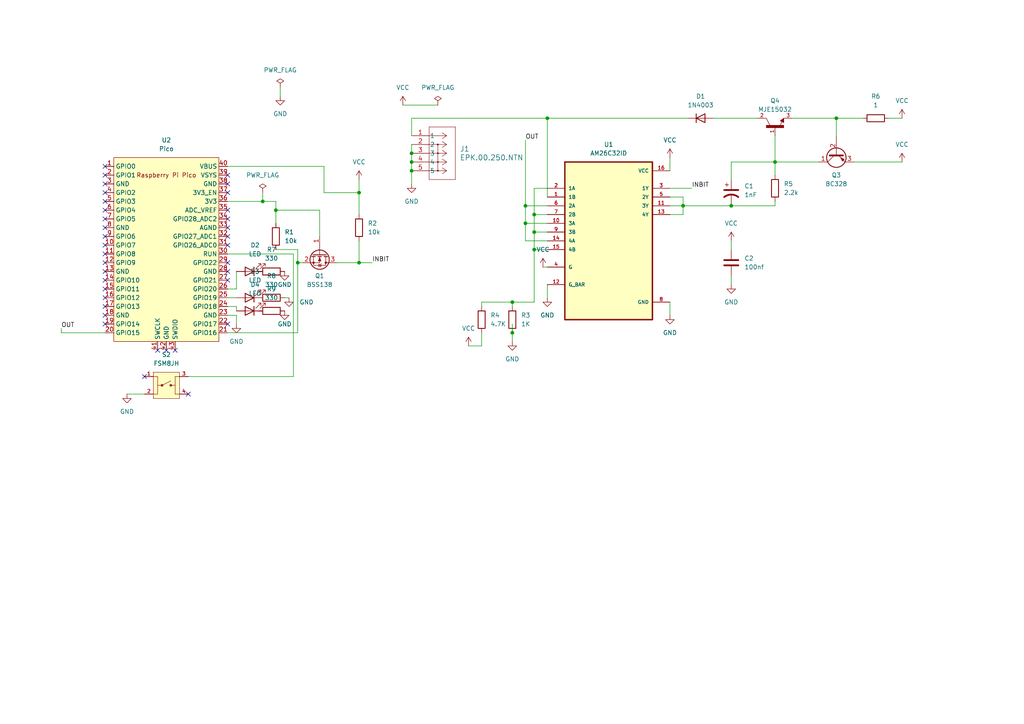
<source format=kicad_sch>
(kicad_sch (version 20230121) (generator eeschema)
  (paper "A4")
  (lib_symbols
    (symbol "2023-12-11_10-41-51:EPK.00.250.NTN" (pin_names (offset 0.254))
      (property "Reference" "J" (at 8.89 6.35 0))
      (property "Value" "EPK.00.250.NTN" (at 0 0 0))
      (symbol "EPK.00.250.NTN_1_1"
        (polyline (pts (xy 5.08 -12.7) (xy 12.7 -12.7)) (stroke (width 0.127)))
        (polyline (pts (xy 5.08 2.54) (xy 5.08 -12.7)) (stroke (width 0.127)))
        (polyline (pts (xy 7.62 -2.54) (xy 7.62 -10.16)) (stroke (width 0.127)))
        (polyline (pts (xy 10.16 -10.16) (xy 5.08 -10.16)) (stroke (width 0.127)))
        (polyline (pts (xy 10.16 -10.16) (xy 8.89 -11.0067)) (stroke (width 0.127)))
        (polyline (pts (xy 10.16 -10.16) (xy 8.89 -9.3133)) (stroke (width 0.127)))
        (polyline (pts (xy 10.16 -7.62) (xy 5.08 -7.62)) (stroke (width 0.127)))
        (polyline (pts (xy 10.16 -7.62) (xy 8.89 -8.4667)) (stroke (width 0.127)))
        (polyline (pts (xy 10.16 -7.62) (xy 8.89 -6.7733)) (stroke (width 0.127)))
        (polyline (pts (xy 10.16 -5.08) (xy 5.08 -5.08)) (stroke (width 0.127)))
        (polyline (pts (xy 10.16 -5.08) (xy 8.89 -5.9267)) (stroke (width 0.127)))
        (polyline (pts (xy 10.16 -5.08) (xy 8.89 -4.2333)) (stroke (width 0.127)))
        (polyline (pts (xy 10.16 -2.54) (xy 5.08 -2.54)) (stroke (width 0.127)))
        (polyline (pts (xy 10.16 -2.54) (xy 8.89 -3.3867)) (stroke (width 0.127)))
        (polyline (pts (xy 10.16 -2.54) (xy 8.89 -1.6933)) (stroke (width 0.127)))
        (polyline (pts (xy 10.16 0) (xy 5.08 0)) (stroke (width 0.127)))
        (polyline (pts (xy 10.16 0) (xy 8.89 -0.8467)) (stroke (width 0.127)))
        (polyline (pts (xy 10.16 0) (xy 8.89 0.8467)) (stroke (width 0.127)))
        (polyline (pts (xy 12.7 -12.7) (xy 12.7 2.54)) (stroke (width 0.127)))
        (polyline (pts (xy 12.7 2.54) (xy 5.08 2.54)) (stroke (width 0.127)))
        (circle (center 7.62 -10.16) (radius 0.127) (stroke (width 0.254)))
        (circle (center 7.62 -7.62) (radius 0.127) (stroke (width 0.254)))
        (circle (center 7.62 -5.08) (radius 0.127) (stroke (width 0.254)))
        (circle (center 7.62 -2.54) (radius 0.127) (stroke (width 0.254)))
        (pin unspecified line (at 0 0 0) (length 5.08) (name "1") (number "1"))
        (pin unspecified line (at 0 -2.54 0) (length 5.08) (name "2") (number "2"))
        (pin unspecified line (at 0 -5.08 0) (length 5.08) (name "3") (number "3"))
        (pin unspecified line (at 0 -7.62 0) (length 5.08) (name "4") (number "4"))
        (pin unspecified line (at 0 -10.16 0) (length 5.08) (name "5") (number "5"))
      )
      (symbol "EPK.00.250.NTN_1_2"
        (polyline (pts (xy 5.08 -12.7) (xy 12.7 -12.7)) (stroke (width 0.127)))
        (polyline (pts (xy 5.08 2.54) (xy 5.08 -12.7)) (stroke (width 0.127)))
        (polyline (pts (xy 6.858 -2.54) (xy 6.858 -10.16)) (stroke (width 0.127)))
        (polyline (pts (xy 7.62 -10.16) (xy 5.08 -10.16)) (stroke (width 0.127)))
        (polyline (pts (xy 7.62 -10.16) (xy 8.89 -11.0067)) (stroke (width 0.127)))
        (polyline (pts (xy 7.62 -10.16) (xy 8.89 -9.3133)) (stroke (width 0.127)))
        (polyline (pts (xy 7.62 -7.62) (xy 5.08 -7.62)) (stroke (width 0.127)))
        (polyline (pts (xy 7.62 -7.62) (xy 8.89 -8.4667)) (stroke (width 0.127)))
        (polyline (pts (xy 7.62 -7.62) (xy 8.89 -6.7733)) (stroke (width 0.127)))
        (polyline (pts (xy 7.62 -5.08) (xy 5.08 -5.08)) (stroke (width 0.127)))
        (polyline (pts (xy 7.62 -5.08) (xy 8.89 -5.9267)) (stroke (width 0.127)))
        (polyline (pts (xy 7.62 -5.08) (xy 8.89 -4.2333)) (stroke (width 0.127)))
        (polyline (pts (xy 7.62 -2.54) (xy 5.08 -2.54)) (stroke (width 0.127)))
        (polyline (pts (xy 7.62 -2.54) (xy 8.89 -3.3867)) (stroke (width 0.127)))
        (polyline (pts (xy 7.62 -2.54) (xy 8.89 -1.6933)) (stroke (width 0.127)))
        (polyline (pts (xy 7.62 0) (xy 5.08 0)) (stroke (width 0.127)))
        (polyline (pts (xy 7.62 0) (xy 8.89 -0.8467)) (stroke (width 0.127)))
        (polyline (pts (xy 7.62 0) (xy 8.89 0.8467)) (stroke (width 0.127)))
        (polyline (pts (xy 12.7 -12.7) (xy 12.7 2.54)) (stroke (width 0.127)))
        (polyline (pts (xy 12.7 2.54) (xy 5.08 2.54)) (stroke (width 0.127)))
        (circle (center 6.858 -10.16) (radius 0.127) (stroke (width 0.254)))
        (circle (center 6.858 -7.62) (radius 0.127) (stroke (width 0.254)))
        (circle (center 6.858 -5.08) (radius 0.127) (stroke (width 0.254)))
        (circle (center 6.858 -2.54) (radius 0.127) (stroke (width 0.254)))
        (pin unspecified line (at 0 0 0) (length 5.08) (name "1") (number "1"))
        (pin unspecified line (at 0 -2.54 0) (length 5.08) (name "2") (number "2"))
        (pin unspecified line (at 0 -5.08 0) (length 5.08) (name "3") (number "3"))
        (pin unspecified line (at 0 -7.62 0) (length 5.08) (name "4") (number "4"))
        (pin unspecified line (at 0 -10.16 0) (length 5.08) (name "5") (number "5"))
      )
    )
    (symbol "AM26C32ID:AM26C32ID" (pin_names (offset 1.016))
      (property "Reference" "U1" (at 0 27.94 0))
      (property "Value" "AM26C32ID" (at 0 25.4 0))
      (symbol "AM26C32ID_0_0"
        (rectangle (start -12.7 -22.86) (end 12.7 22.86) (stroke (width 0.41)) (fill (type background)))
        (pin input line (at -17.78 12.7 0) (length 5.08) (name "1B") (number "1"))
        (pin input line (at -17.78 5.08 0) (length 5.08) (name "3A") (number "10"))
        (pin bidirectional line (at -17.78 -12.7 0) (length 5.08) (name "G_BAR") (number "12"))
        (pin input line (at -17.78 0 0) (length 5.08) (name "4A") (number "14"))
        (pin input line (at -17.78 -2.54 0) (length 5.08) (name "4B") (number "15"))
        (pin power_in line (at 17.78 20.32 180) (length 5.08) (name "VCC") (number "16"))
        (pin input line (at -17.78 15.24 0) (length 5.08) (name "1A") (number "2"))
        (pin output line (at 17.78 15.24 180) (length 5.08) (name "1Y") (number "3"))
        (pin bidirectional line (at -17.78 -7.62 0) (length 5.08) (name "G") (number "4"))
        (pin output line (at 17.78 12.7 180) (length 5.08) (name "2Y") (number "5"))
        (pin input line (at -17.78 10.16 0) (length 5.08) (name "2A") (number "6"))
        (pin input line (at -17.78 7.62 0) (length 5.08) (name "2B") (number "7"))
        (pin power_in line (at 17.78 -17.78 180) (length 5.08) (name "GND") (number "8"))
        (pin input line (at -17.78 2.54 0) (length 5.08) (name "3B") (number "9"))
      )
      (symbol "AM26C32ID_1_0"
        (pin passive line (at 17.78 10.16 180) (length 5.08) (name "3Y") (number "11"))
        (pin passive line (at 17.78 7.62 180) (length 5.08) (name "4Y") (number "13"))
      )
    )
    (symbol "Device:C" (pin_numbers hide) (pin_names (offset 0.254))
      (property "Reference" "C" (at 0.635 2.54 0))
      (property "Value" "C" (at 0.635 -2.54 0))
      (symbol "C_0_1"
        (polyline (pts (xy -2.032 -0.762) (xy 2.032 -0.762)) (stroke (width 0.508)))
        (polyline (pts (xy -2.032 0.762) (xy 2.032 0.762)) (stroke (width 0.508)))
      )
      (symbol "C_1_1"
        (pin passive line (at 0 3.81 270) (length 2.794) (name "~") (number "1"))
        (pin passive line (at 0 -3.81 90) (length 2.794) (name "~") (number "2"))
      )
    )
    (symbol "Device:C_Polarized_US" (pin_numbers hide) (pin_names (offset 0.254) hide)
      (property "Reference" "C" (at 0.635 2.54 0))
      (property "Value" "C_Polarized_US" (at 0.635 -2.54 0))
      (symbol "C_Polarized_US_0_1"
        (polyline (pts (xy -2.032 0.762) (xy 2.032 0.762)) (stroke (width 0.508)))
        (polyline (pts (xy -1.778 2.286) (xy -0.762 2.286)))
        (polyline (pts (xy -1.27 1.778) (xy -1.27 2.794)))
        (arc (start 2.032 -1.27) (mid 0 -0.5572) (end -2.032 -1.27) (stroke (width 0.508)))
      )
      (symbol "C_Polarized_US_1_1"
        (pin passive line (at 0 3.81 270) (length 2.794) (name "~") (number "1"))
        (pin passive line (at 0 -3.81 90) (length 3.302) (name "~") (number "2"))
      )
    )
    (symbol "Device:LED" (pin_numbers hide) (pin_names (offset 1.016) hide)
      (property "Reference" "D" (at 0 2.54 0))
      (property "Value" "LED" (at 0 -2.54 0))
      (symbol "LED_0_1"
        (polyline (pts (xy -1.27 -1.27) (xy -1.27 1.27)) (stroke (width 0.254)))
        (polyline (pts (xy -1.27 0) (xy 1.27 0)))
        (polyline (pts (xy 1.27 -1.27) (xy 1.27 1.27) (xy -1.27 0) (xy 1.27 -1.27)) (stroke (width 0.254)))
        (polyline (pts (xy -3.048 -0.762) (xy -4.572 -2.286) (xy -3.81 -2.286) (xy -4.572 -2.286) (xy -4.572 -1.524)))
        (polyline (pts (xy -1.778 -0.762) (xy -3.302 -2.286) (xy -2.54 -2.286) (xy -3.302 -2.286) (xy -3.302 -1.524)))
      )
      (symbol "LED_1_1"
        (pin passive line (at -3.81 0 0) (length 2.54) (name "K") (number "1"))
        (pin passive line (at 3.81 0 180) (length 2.54) (name "A") (number "2"))
      )
    )
    (symbol "Device:R" (pin_numbers hide) (pin_names (offset 0))
      (property "Reference" "R" (at 2.032 0 90))
      (property "Value" "R" (at 0 0 90))
      (symbol "R_0_1"
        (rectangle (start -1.016 -2.54) (end 1.016 2.54) (stroke (width 0.254)))
      )
      (symbol "R_1_1"
        (pin passive line (at 0 3.81 270) (length 1.27) (name "~") (number "1"))
        (pin passive line (at 0 -3.81 90) (length 1.27) (name "~") (number "2"))
      )
    )
    (symbol "Diode:1N4003" (pin_numbers hide) (pin_names hide)
      (property "Reference" "D" (at 0 2.54 0))
      (property "Value" "1N4003" (at 0 -2.54 0))
      (symbol "1N4003_0_1"
        (polyline (pts (xy -1.27 1.27) (xy -1.27 -1.27)) (stroke (width 0.254)))
        (polyline (pts (xy 1.27 0) (xy -1.27 0)))
        (polyline (pts (xy 1.27 1.27) (xy 1.27 -1.27) (xy -1.27 0) (xy 1.27 1.27)) (stroke (width 0.254)))
      )
      (symbol "1N4003_1_1"
        (pin passive line (at -3.81 0 0) (length 2.54) (name "K") (number "1"))
        (pin passive line (at 3.81 0 180) (length 2.54) (name "A") (number "2"))
      )
    )
    (symbol "FSM8JH:FSM8JH" (pin_names (offset 1.016))
      (property "Reference" "S" (at -4.3222 4.068 0))
      (property "Value" "FSM8JH" (at -4.0644 -5.3346 0))
      (symbol "FSM8JH_0_0"
        (rectangle (start -3.81 -3.81) (end 3.81 3.81) (stroke (width 0.127)) (fill (type background)))
        (circle (center -1.27 0) (radius 0.254) (stroke (width 0.2159)))
        (polyline (pts (xy -3.81 2.54) (xy -2.54 2.54)) (stroke (width 0.127)))
        (polyline (pts (xy -2.54 -2.54) (xy -3.81 -2.54)) (stroke (width 0.127)))
        (polyline (pts (xy -2.54 0) (xy -1.27 0)) (stroke (width 0.127)))
        (polyline (pts (xy -2.54 2.54) (xy -2.54 -2.54)) (stroke (width 0.127)))
        (polyline (pts (xy -1.27 0) (xy 1.27 1.27)) (stroke (width 0.127)))
        (polyline (pts (xy 1.27 0) (xy 2.54 0)) (stroke (width 0.127)))
        (polyline (pts (xy 2.54 -2.54) (xy 3.81 -2.54)) (stroke (width 0.127)))
        (polyline (pts (xy 2.54 2.54) (xy 2.54 -2.54)) (stroke (width 0.127)))
        (polyline (pts (xy 3.81 2.54) (xy 2.54 2.54)) (stroke (width 0.127)))
        (circle (center 1.27 0) (radius 0.254) (stroke (width 0.2159)))
        (pin passive line (at -6.35 2.54 0) (length 2.54) (name "~") (number "1"))
        (pin passive line (at -6.35 -2.54 0) (length 2.54) (name "~") (number "2"))
        (pin passive line (at 6.35 2.54 180) (length 2.54) (name "~") (number "3"))
        (pin passive line (at 6.35 -2.54 180) (length 2.54) (name "~") (number "4"))
      )
    )
    (symbol "MCU_RaspberryPi_and_Boards:Pico"
      (property "Reference" "U" (at -13.97 27.94 0))
      (property "Value" "Pico" (at 0 19.05 0))
      (symbol "Pico_0_0"
        (text "Raspberry Pi Pico" (at 0 21.59 0) (effects (font (size 1.27 1.27))))
      )
      (symbol "Pico_0_1"
        (rectangle (start -15.24 26.67) (end 15.24 -26.67) (fill (type background)))
      )
      (symbol "Pico_1_1"
        (pin bidirectional line (at -17.78 24.13 0) (length 2.54) (name "GPIO0") (number "1"))
        (pin bidirectional line (at -17.78 1.27 0) (length 2.54) (name "GPIO7") (number "10"))
        (pin bidirectional line (at -17.78 -1.27 0) (length 2.54) (name "GPIO8") (number "11"))
        (pin bidirectional line (at -17.78 -3.81 0) (length 2.54) (name "GPIO9") (number "12"))
        (pin power_in line (at -17.78 -6.35 0) (length 2.54) (name "GND") (number "13"))
        (pin bidirectional line (at -17.78 -8.89 0) (length 2.54) (name "GPIO10") (number "14"))
        (pin bidirectional line (at -17.78 -11.43 0) (length 2.54) (name "GPIO11") (number "15"))
        (pin bidirectional line (at -17.78 -13.97 0) (length 2.54) (name "GPIO12") (number "16"))
        (pin bidirectional line (at -17.78 -16.51 0) (length 2.54) (name "GPIO13") (number "17"))
        (pin power_in line (at -17.78 -19.05 0) (length 2.54) (name "GND") (number "18"))
        (pin bidirectional line (at -17.78 -21.59 0) (length 2.54) (name "GPIO14") (number "19"))
        (pin bidirectional line (at -17.78 21.59 0) (length 2.54) (name "GPIO1") (number "2"))
        (pin bidirectional line (at -17.78 -24.13 0) (length 2.54) (name "GPIO15") (number "20"))
        (pin bidirectional line (at 17.78 -24.13 180) (length 2.54) (name "GPIO16") (number "21"))
        (pin bidirectional line (at 17.78 -21.59 180) (length 2.54) (name "GPIO17") (number "22"))
        (pin power_in line (at 17.78 -19.05 180) (length 2.54) (name "GND") (number "23"))
        (pin bidirectional line (at 17.78 -16.51 180) (length 2.54) (name "GPIO18") (number "24"))
        (pin bidirectional line (at 17.78 -13.97 180) (length 2.54) (name "GPIO19") (number "25"))
        (pin bidirectional line (at 17.78 -11.43 180) (length 2.54) (name "GPIO20") (number "26"))
        (pin bidirectional line (at 17.78 -8.89 180) (length 2.54) (name "GPIO21") (number "27"))
        (pin power_in line (at 17.78 -6.35 180) (length 2.54) (name "GND") (number "28"))
        (pin bidirectional line (at 17.78 -3.81 180) (length 2.54) (name "GPIO22") (number "29"))
        (pin power_in line (at -17.78 19.05 0) (length 2.54) (name "GND") (number "3"))
        (pin input line (at 17.78 -1.27 180) (length 2.54) (name "RUN") (number "30"))
        (pin bidirectional line (at 17.78 1.27 180) (length 2.54) (name "GPIO26_ADC0") (number "31"))
        (pin bidirectional line (at 17.78 3.81 180) (length 2.54) (name "GPIO27_ADC1") (number "32"))
        (pin power_in line (at 17.78 6.35 180) (length 2.54) (name "AGND") (number "33"))
        (pin bidirectional line (at 17.78 8.89 180) (length 2.54) (name "GPIO28_ADC2") (number "34"))
        (pin power_in line (at 17.78 11.43 180) (length 2.54) (name "ADC_VREF") (number "35"))
        (pin power_in line (at 17.78 13.97 180) (length 2.54) (name "3V3") (number "36"))
        (pin input line (at 17.78 16.51 180) (length 2.54) (name "3V3_EN") (number "37"))
        (pin bidirectional line (at 17.78 19.05 180) (length 2.54) (name "GND") (number "38"))
        (pin power_in line (at 17.78 21.59 180) (length 2.54) (name "VSYS") (number "39"))
        (pin bidirectional line (at -17.78 16.51 0) (length 2.54) (name "GPIO2") (number "4"))
        (pin power_in line (at 17.78 24.13 180) (length 2.54) (name "VBUS") (number "40"))
        (pin input line (at -2.54 -29.21 90) (length 2.54) (name "SWCLK") (number "41"))
        (pin power_in line (at 0 -29.21 90) (length 2.54) (name "GND") (number "42"))
        (pin bidirectional line (at 2.54 -29.21 90) (length 2.54) (name "SWDIO") (number "43"))
        (pin bidirectional line (at -17.78 13.97 0) (length 2.54) (name "GPIO3") (number "5"))
        (pin bidirectional line (at -17.78 11.43 0) (length 2.54) (name "GPIO4") (number "6"))
        (pin bidirectional line (at -17.78 8.89 0) (length 2.54) (name "GPIO5") (number "7"))
        (pin power_in line (at -17.78 6.35 0) (length 2.54) (name "GND") (number "8"))
        (pin bidirectional line (at -17.78 3.81 0) (length 2.54) (name "GPIO6") (number "9"))
      )
    )
    (symbol "MJE15032:MJE15032" (pin_names (offset 1.016))
      (property "Reference" "Q" (at -7.62 7.62 0))
      (property "Value" "MJE15032" (at -7.62 5.08 0))
      (symbol "MJE15032_0_0"
        (polyline (pts (xy 3.81 -2.54) (xy 4.318 -1.524)) (stroke (width 0.1524)))
        (polyline (pts (xy 4.064 -2.413) (xy 4.826 -2.413)) (stroke (width 0.254)))
        (polyline (pts (xy 4.064 -2.286) (xy 4.445 -2.286)) (stroke (width 0.254)))
        (polyline (pts (xy 4.08 -2.04) (xy 2.848 -1.424)) (stroke (width 0.1524)))
        (polyline (pts (xy 4.318 -1.778) (xy 4.064 -2.286)) (stroke (width 0.254)))
        (polyline (pts (xy 4.318 -1.524) (xy 5.08 -2.54)) (stroke (width 0.1524)))
        (polyline (pts (xy 4.445 -2.286) (xy 4.318 -2.032)) (stroke (width 0.254)))
        (polyline (pts (xy 4.826 -2.413) (xy 4.318 -1.778)) (stroke (width 0.254)))
        (polyline (pts (xy 5.08 -2.54) (xy 3.81 -2.54)) (stroke (width 0.1524)))
        (polyline (pts (xy 5.08 2.54) (xy 3.048 1.524)) (stroke (width 0.1524)))
        (rectangle (start 2.286 -2.54) (end 3.048 2.54) (stroke (width 0.1)) (fill (type outline)))
        (pin passive line (at 0 0 0) (length 2.54) (name "~") (number "1"))
        (pin passive line (at 5.08 5.08 270) (length 2.54) (name "~") (number "2"))
        (pin passive line (at 5.08 -5.08 90) (length 2.54) (name "~") (number "3"))
      )
    )
    (symbol "Transistor_BJT:BC328" (pin_names (offset 0) hide)
      (property "Reference" "Q" (at 5.08 1.905 0))
      (property "Value" "BC328" (at 5.08 0 0))
      (symbol "BC328_0_1"
        (polyline (pts (xy 0.635 0.635) (xy 2.54 2.54)))
        (polyline (pts (xy 0.635 -0.635) (xy 2.54 -2.54) (xy 2.54 -2.54)))
        (polyline (pts (xy 0.635 1.905) (xy 0.635 -1.905) (xy 0.635 -1.905)) (stroke (width 0.508)))
        (polyline (pts (xy 2.286 -1.778) (xy 1.778 -2.286) (xy 1.27 -1.27) (xy 2.286 -1.778) (xy 2.286 -1.778)) (fill (type outline)))
        (circle (center 1.27 0) (radius 2.8194) (stroke (width 0.254)))
      )
      (symbol "BC328_1_1"
        (pin passive line (at 2.54 5.08 270) (length 2.54) (name "C") (number "1"))
        (pin input line (at -5.08 0 0) (length 5.715) (name "B") (number "2"))
        (pin passive line (at 2.54 -5.08 90) (length 2.54) (name "E") (number "3"))
      )
    )
    (symbol "Transistor_FET:BSS138" (pin_names hide)
      (property "Reference" "Q" (at 5.08 1.905 0))
      (property "Value" "BSS138" (at 5.08 0 0))
      (symbol "BSS138_0_1"
        (polyline (pts (xy 0.254 0) (xy -2.54 0)))
        (polyline (pts (xy 0.254 1.905) (xy 0.254 -1.905)) (stroke (width 0.254)))
        (polyline (pts (xy 0.762 -1.27) (xy 0.762 -2.286)) (stroke (width 0.254)))
        (polyline (pts (xy 0.762 0.508) (xy 0.762 -0.508)) (stroke (width 0.254)))
        (polyline (pts (xy 0.762 2.286) (xy 0.762 1.27)) (stroke (width 0.254)))
        (polyline (pts (xy 2.54 2.54) (xy 2.54 1.778)))
        (polyline (pts (xy 2.54 -2.54) (xy 2.54 0) (xy 0.762 0)))
        (polyline (pts (xy 0.762 -1.778) (xy 3.302 -1.778) (xy 3.302 1.778) (xy 0.762 1.778)))
        (polyline (pts (xy 1.016 0) (xy 2.032 0.381) (xy 2.032 -0.381) (xy 1.016 0)) (fill (type outline)))
        (polyline (pts (xy 2.794 0.508) (xy 2.921 0.381) (xy 3.683 0.381) (xy 3.81 0.254)))
        (polyline (pts (xy 3.302 0.381) (xy 2.921 -0.254) (xy 3.683 -0.254) (xy 3.302 0.381)))
        (circle (center 1.651 0) (radius 2.794) (stroke (width 0.254)))
        (circle (center 2.54 -1.778) (radius 0.254) (fill (type outline)))
        (circle (center 2.54 1.778) (radius 0.254) (fill (type outline)))
      )
      (symbol "BSS138_1_1"
        (pin input line (at -5.08 0 0) (length 2.54) (name "G") (number "1"))
        (pin passive line (at 2.54 -5.08 90) (length 2.54) (name "S") (number "2"))
        (pin passive line (at 2.54 5.08 270) (length 2.54) (name "D") (number "3"))
      )
    )
    (symbol "power:GND" (power) (pin_names (offset 0))
      (property "Value" "GND" (at 0 -3.81 0))
      (symbol "GND_0_1"
        (polyline (pts (xy 0 0) (xy 0 -1.27) (xy 1.27 -1.27) (xy 0 -2.54) (xy -1.27 -1.27) (xy 0 -1.27)))
      )
      (symbol "GND_1_1"
        (pin power_in line (at 0 0 270) (length 0) hide (name "GND") (number "1"))
      )
    )
    (symbol "power:PWR_FLAG" (power) (pin_numbers hide) (pin_names (offset 0) hide)
      (property "Value" "PWR_FLAG" (at 0 3.81 0))
      (symbol "PWR_FLAG_0_0"
        (pin power_out line (at 0 0 90) (length 0) (name "pwr") (number "1"))
      )
      (symbol "PWR_FLAG_0_1"
        (polyline (pts (xy 0 0) (xy 0 1.27) (xy -1.016 1.905) (xy 0 2.54) (xy 1.016 1.905) (xy 0 1.27)))
      )
    )
    (symbol "power:VCC" (power) (pin_names (offset 0))
      (property "Value" "VCC" (at 0 3.81 0))
      (symbol "VCC_0_1"
        (polyline (pts (xy -0.762 1.27) (xy 0 2.54)))
        (polyline (pts (xy 0 0) (xy 0 2.54)))
        (polyline (pts (xy 0 2.54) (xy 0.762 1.27)))
      )
      (symbol "VCC_1_1"
        (pin power_in line (at 0 0 90) (length 0) hide (name "VCC") (number "1"))
      )
    )
  )
  (junction (at 80.01 60.96))
  (junction (at 154.94 67.31))
  (junction (at 212.09 59.69))
  (junction (at 224.79 46.99))
  (junction (at 86.36 76.2))
  (junction (at 119.38 44.45))
  (junction (at 198.12 59.69))
  (junction (at 148.59 87.63))
  (junction (at 152.4 64.77))
  (junction (at 152.4 59.69))
  (junction (at 104.14 55.88))
  (junction (at 119.38 49.53))
  (junction (at 148.59 96.52))
  (junction (at 154.94 62.23))
  (junction (at 119.38 46.99))
  (junction (at 242.57 34.29))
  (junction (at 104.14 76.2))
  (junction (at 158.75 34.29))
  (junction (at 76.2 58.42))
  (junction (at 154.94 72.39))
  (no_connect (at 30.48 48.26))
  (no_connect (at 66.04 68.58))
  (no_connect (at 30.48 66.04))
  (no_connect (at 66.04 66.04))
  (no_connect (at 66.04 76.2))
  (no_connect (at 30.48 86.36))
  (no_connect (at 30.48 60.96))
  (no_connect (at 66.04 71.12))
  (no_connect (at 66.04 53.34))
  (no_connect (at 54.61 114.3))
  (no_connect (at 66.04 63.5))
  (no_connect (at 30.48 78.74))
  (no_connect (at 30.48 71.12))
  (no_connect (at 66.04 55.88))
  (no_connect (at 30.48 68.58))
  (no_connect (at 30.48 83.82))
  (no_connect (at 30.48 63.5))
  (no_connect (at 30.48 58.42))
  (no_connect (at 30.48 76.2))
  (no_connect (at 66.04 50.8))
  (no_connect (at 30.48 81.28))
  (no_connect (at 30.48 50.8))
  (no_connect (at 30.48 53.34))
  (no_connect (at 45.72 101.6))
  (no_connect (at 30.48 93.98))
  (no_connect (at 41.91 109.22))
  (no_connect (at 66.04 60.96))
  (no_connect (at 50.8 101.6))
  (no_connect (at 66.04 81.28))
  (no_connect (at 30.48 88.9))
  (no_connect (at 48.26 101.6))
  (no_connect (at 30.48 55.88))
  (no_connect (at 30.48 91.44))
  (no_connect (at 66.04 78.74))
  (no_connect (at 66.04 93.98))
  (no_connect (at 30.48 73.66))
  (wire (pts (xy 87.63 76.2) (xy 86.36 76.2)))
  (wire (pts (xy 76.2 90.17) (xy 74.93 90.17)))
  (wire (pts (xy 158.75 34.29) (xy 158.75 57.15)))
  (wire (pts (xy 119.38 39.37) (xy 119.38 34.29)))
  (wire (pts (xy 80.01 58.42) (xy 80.01 60.96)))
  (wire (pts (xy 139.7 87.63) (xy 148.59 87.63)))
  (wire (pts (xy 119.38 49.53) (xy 119.38 53.34)))
  (wire (pts (xy 194.31 45.72) (xy 194.31 49.53)))
  (wire (pts (xy 76.2 78.74) (xy 74.93 78.74)))
  (wire (pts (xy 198.12 59.69) (xy 198.12 62.23)))
  (wire (pts (xy 194.31 59.69) (xy 198.12 59.69)))
  (wire (pts (xy 194.31 62.23) (xy 198.12 62.23)))
  (wire (pts (xy 154.94 67.31) (xy 158.75 67.31)))
  (wire (pts (xy 139.7 96.52) (xy 139.7 100.33)))
  (wire (pts (xy 152.4 64.77) (xy 152.4 69.85)))
  (wire (pts (xy 36.83 114.3) (xy 41.91 114.3)))
  (wire (pts (xy 158.75 59.69) (xy 152.4 59.69)))
  (wire (pts (xy 158.75 64.77) (xy 152.4 64.77)))
  (wire (pts (xy 148.59 93.98) (xy 148.59 96.52)))
  (wire (pts (xy 242.57 34.29) (xy 229.87 34.29)))
  (wire (pts (xy 93.98 48.26) (xy 93.98 55.88)))
  (wire (pts (xy 152.4 59.69) (xy 152.4 64.77)))
  (wire (pts (xy 68.58 93.98) (xy 68.58 91.44)))
  (wire (pts (xy 97.79 76.2) (xy 104.14 76.2)))
  (wire (pts (xy 158.75 77.47) (xy 157.48 77.47)))
  (wire (pts (xy 92.71 68.58) (xy 92.71 60.96)))
  (wire (pts (xy 212.09 80.01) (xy 212.09 82.55)))
  (wire (pts (xy 139.7 100.33) (xy 135.89 100.33)))
  (wire (pts (xy 86.36 72.39) (xy 80.01 72.39)))
  (wire (pts (xy 85.09 73.66) (xy 85.09 109.22)))
  (wire (pts (xy 158.75 54.61) (xy 154.94 54.61)))
  (wire (pts (xy 68.58 88.9) (xy 68.58 90.17)))
  (wire (pts (xy 107.95 76.2) (xy 104.14 76.2)))
  (wire (pts (xy 68.58 91.44) (xy 66.04 91.44)))
  (wire (pts (xy 158.75 34.29) (xy 199.39 34.29)))
  (wire (pts (xy 66.04 48.26) (xy 93.98 48.26)))
  (wire (pts (xy 257.81 34.29) (xy 261.62 34.29)))
  (wire (pts (xy 17.78 96.52) (xy 17.78 95.25)))
  (wire (pts (xy 76.2 55.88) (xy 76.2 58.42)))
  (wire (pts (xy 224.79 58.42) (xy 224.79 59.69)))
  (wire (pts (xy 116.84 30.48) (xy 127 30.48)))
  (wire (pts (xy 76.2 58.42) (xy 80.01 58.42)))
  (wire (pts (xy 194.31 87.63) (xy 194.31 91.44)))
  (wire (pts (xy 154.94 62.23) (xy 158.75 62.23)))
  (wire (pts (xy 194.31 57.15) (xy 198.12 57.15)))
  (wire (pts (xy 66.04 86.36) (xy 68.58 86.36)))
  (wire (pts (xy 93.98 55.88) (xy 104.14 55.88)))
  (wire (pts (xy 154.94 72.39) (xy 154.94 87.63)))
  (wire (pts (xy 81.28 25.4) (xy 81.28 27.94)))
  (wire (pts (xy 154.94 54.61) (xy 154.94 62.23)))
  (wire (pts (xy 119.38 34.29) (xy 158.75 34.29)))
  (wire (pts (xy 212.09 52.07) (xy 212.09 46.99)))
  (wire (pts (xy 242.57 34.29) (xy 250.19 34.29)))
  (wire (pts (xy 148.59 96.52) (xy 148.59 99.06)))
  (wire (pts (xy 224.79 39.37) (xy 224.79 46.99)))
  (wire (pts (xy 207.01 34.29) (xy 219.71 34.29)))
  (wire (pts (xy 68.58 78.74) (xy 68.58 83.82)))
  (wire (pts (xy 86.36 76.2) (xy 86.36 96.52)))
  (wire (pts (xy 80.01 60.96) (xy 80.01 64.77)))
  (wire (pts (xy 119.38 41.91) (xy 119.38 44.45)))
  (wire (pts (xy 54.61 109.22) (xy 85.09 109.22)))
  (wire (pts (xy 30.48 96.52) (xy 17.78 96.52)))
  (wire (pts (xy 66.04 58.42) (xy 76.2 58.42)))
  (wire (pts (xy 212.09 69.85) (xy 212.09 72.39)))
  (wire (pts (xy 194.31 54.61) (xy 200.66 54.61)))
  (wire (pts (xy 154.94 62.23) (xy 154.94 67.31)))
  (wire (pts (xy 83.82 86.36) (xy 82.55 86.36)))
  (wire (pts (xy 104.14 52.07) (xy 104.14 55.88)))
  (wire (pts (xy 66.04 83.82) (xy 68.58 83.82)))
  (wire (pts (xy 247.65 46.99) (xy 261.62 46.99)))
  (wire (pts (xy 224.79 46.99) (xy 224.79 50.8)))
  (wire (pts (xy 76.2 86.36) (xy 74.93 86.36)))
  (wire (pts (xy 86.36 76.2) (xy 86.36 72.39)))
  (wire (pts (xy 154.94 72.39) (xy 158.75 72.39)))
  (wire (pts (xy 152.4 40.64) (xy 152.4 59.69)))
  (wire (pts (xy 104.14 55.88) (xy 104.14 62.23)))
  (wire (pts (xy 198.12 57.15) (xy 198.12 59.69)))
  (wire (pts (xy 198.12 59.69) (xy 212.09 59.69)))
  (wire (pts (xy 212.09 46.99) (xy 224.79 46.99)))
  (wire (pts (xy 66.04 88.9) (xy 68.58 88.9)))
  (wire (pts (xy 119.38 46.99) (xy 119.38 49.53)))
  (wire (pts (xy 158.75 82.55) (xy 158.75 86.36)))
  (wire (pts (xy 148.59 87.63) (xy 148.59 88.9)))
  (wire (pts (xy 139.7 87.63) (xy 139.7 88.9)))
  (wire (pts (xy 119.38 44.45) (xy 119.38 46.99)))
  (wire (pts (xy 104.14 76.2) (xy 104.14 69.85)))
  (wire (pts (xy 224.79 46.99) (xy 237.49 46.99)))
  (wire (pts (xy 66.04 96.52) (xy 86.36 96.52)))
  (wire (pts (xy 212.09 59.69) (xy 224.79 59.69)))
  (wire (pts (xy 158.75 69.85) (xy 152.4 69.85)))
  (wire (pts (xy 154.94 67.31) (xy 154.94 72.39)))
  (wire (pts (xy 66.04 73.66) (xy 85.09 73.66)))
  (wire (pts (xy 148.59 87.63) (xy 154.94 87.63)))
  (wire (pts (xy 242.57 39.37) (xy 242.57 34.29)))
  (wire (pts (xy 92.71 60.96) (xy 80.01 60.96)))
  (label "INBIT" (at 107.95 76.2 0))
  (label "OUT" (at 152.4 40.64 0))
  (label "OUT" (at 17.78 95.25 0))
  (label "INBIT" (at 200.66 54.61 0))
  (symbol (lib_id "power:VCC") (at 104.14 52.07 0) (unit 1)
    (property "Reference" "#PWR02" (effects hide))
    (property "Value" "VCC" (at 104.14 46.99 0))
  )
  (symbol (lib_id "Transistor_BJT:BC328") (at 242.57 44.45 90) (mirror x) (unit 1)
    (property "Reference" "Q3" (at 242.57 50.8 90))
    (property "Value" "BC328" (at 242.57 53.34 90))
    (property "Footprint" "Package_TO_SOT_THT:TO-92_Inline" (effects hide))
    (property "Datasheet" "http://www.redrok.com/PNP_BC327_-45V_-800mA_0.625W_Hfe100_TO-92.pdf" (effects hide))
  )
  (symbol (lib_id "FSM8JH:FSM8JH") (at 48.26 111.76 0) (unit 1)
    (property "Reference" "S2" (at 48.26 102.87 0))
    (property "Value" "FSM8JH" (at 48.26 105.41 0))
    (property "Footprint" "FSM8JH:SW_FSM8JH" (effects hide))
    (property "MF" "TE Connectivity" (effects hide))
    (property "Description" "\nSwitch,Pushbutton,Tactile,SPST,Thru Hole,Vertical,6MM,Black | TE Connectivity FSM8JH\n" (effects hide))
    (property "Package" "None" (effects hide))
    (property "Price" "None" (effects hide))
    (property "Check_prices" "https://www.snapeda.com/parts/FSM8JH/TE+Connectivity+ALCOSWITCH+Switches/view-part/?ref=eda" (effects hide))
    (property "STANDARD" "MANUFACTURER RECOMMENDATIONS" (effects hide))
    (property "PARTREV" "C10" (effects hide))
    (property "SnapEDA_Link" "https://www.snapeda.com/parts/FSM8JH/TE+Connectivity+ALCOSWITCH+Switches/view-part/?ref=snap" (effects hide))
    (property "MP" "FSM8JH" (effects hide))
    (property "Availability" "In Stock" (effects hide))
    (property "MANUFACTURER" "TE CONNECTIVITY" (effects hide))
  )
  (symbol (lib_id "Device:R") (at 78.74 90.17 90) (unit 1)
    (property "Reference" "R9" (at 78.74 83.82 90))
    (property "Value" "330" (at 78.74 86.36 90))
    (property "Footprint" "Resistor_SMD:R_0603_1608Metric_Pad0.98x0.95mm_HandSolder" (effects hide))
  )
  (symbol (lib_id "Device:LED") (at 72.39 86.36 180) (unit 1)
    (property "Reference" "D3" (at 73.9775 78.74 0))
    (property "Value" "LED" (at 73.9775 81.28 0))
    (property "Footprint" "LED_THT:LED_D3.0mm" (effects hide))
  )
  (symbol (lib_id "power:VCC") (at 194.31 45.72 0) (unit 1)
    (property "Reference" "#PWR04" (effects hide))
    (property "Value" "VCC" (at 194.31 40.64 0))
  )
  (symbol (lib_id "power:GND") (at 83.82 86.36 0) (unit 1)
    (property "Reference" "#PWR018" (effects hide))
    (property "Value" "GND" (at 88.9 87.63 0))
  )
  (symbol (lib_id "power:GND") (at 81.28 27.94 0) (unit 1)
    (property "Reference" "#PWR03" (effects hide))
    (property "Value" "GND" (at 81.28 33.02 0))
  )
  (symbol (lib_id "power:PWR_FLAG") (at 81.28 25.4 0) (unit 1)
    (property "Reference" "#FLG01" (effects hide))
    (property "Value" "PWR_FLAG" (at 81.28 20.32 0))
  )
  (symbol (lib_id "Device:R") (at 254 34.29 90) (unit 1)
    (property "Reference" "R6" (at 254 27.94 90))
    (property "Value" "1" (at 254 30.48 90))
    (property "Footprint" "Resistor_THT:R_Axial_DIN0309_L9.0mm_D3.2mm_P12.70mm_Horizontal" (effects hide))
  )
  (symbol (lib_id "power:GND") (at 212.09 82.55 0) (unit 1)
    (property "Reference" "#PWR015" (effects hide))
    (property "Value" "GND" (at 212.09 87.63 0))
  )
  (symbol (lib_id "Device:LED") (at 72.39 90.17 180) (unit 1)
    (property "Reference" "D4" (at 73.9775 82.55 0))
    (property "Value" "LED" (at 73.9775 85.09 0))
    (property "Footprint" "LED_THT:LED_D3.0mm" (effects hide))
  )
  (symbol (lib_id "AM26C32ID:AM26C32ID") (at 176.53 69.85 0) (unit 1)
    (property "Reference" "U1" (at 176.53 41.91 0))
    (property "Value" "AM26C32ID" (at 176.53 44.45 0))
    (property "Footprint" "AM26C32ID:SOIC127P600X175-16N" (effects hide))
    (property "MF" "Texas Instruments" (effects hide))
    (property "Description" "\nQuadruple Differential Line Receiver\n" (effects hide))
    (property "Package" "SOIC-16 Texas Instruments" (effects hide))
    (property "Price" "None" (effects hide))
    (property "SnapEDA_Link" "https://www.snapeda.com/parts/AM26C32ID/Texas+Instruments/view-part/?ref=snap" (effects hide))
    (property "MP" "AM26C32ID" (effects hide))
    (property "Purchase-URL" "https://www.snapeda.com/api/url_track_click_mouser/?unipart_id=101120&manufacturer=Texas Instruments&part_name=AM26C32ID&search_term=am26c32 g4" (effects hide))
    (property "Availability" "In Stock" (effects hide))
    (property "Check_prices" "https://www.snapeda.com/parts/AM26C32ID/Texas+Instruments/view-part/?ref=eda" (effects hide))
  )
  (symbol (lib_id "power:VCC") (at 116.84 30.48 0) (unit 1)
    (property "Reference" "#PWR05" (effects hide))
    (property "Value" "VCC" (at 116.84 25.4 0))
  )
  (symbol (lib_id "Device:R") (at 104.14 66.04 0) (unit 1)
    (property "Reference" "R2" (at 106.68 64.77 0) (effects (justify left)))
    (property "Value" "10k" (at 106.68 67.31 0) (effects (justify left)))
    (property "Footprint" "Resistor_SMD:R_0603_1608Metric_Pad0.98x0.95mm_HandSolder" (effects hide))
  )
  (symbol (lib_id "power:GND") (at 194.31 91.44 0) (unit 1)
    (property "Reference" "#PWR01" (effects hide))
    (property "Value" "GND" (at 194.31 96.52 0))
  )
  (symbol (lib_id "Device:R") (at 139.7 92.71 0) (unit 1)
    (property "Reference" "R4" (at 142.24 91.44 0) (effects (justify left)))
    (property "Value" "4.7K" (at 142.24 93.98 0) (effects (justify left)))
    (property "Footprint" "Resistor_SMD:R_0603_1608Metric_Pad0.98x0.95mm_HandSolder" (effects hide))
  )
  (symbol (lib_id "power:PWR_FLAG") (at 76.2 55.88 0) (unit 1)
    (property "Reference" "#FLG03" (effects hide))
    (property "Value" "PWR_FLAG" (at 76.2 50.8 0))
  )
  (symbol (lib_id "power:GND") (at 158.75 86.36 0) (unit 1)
    (property "Reference" "#PWR011" (effects hide))
    (property "Value" "GND" (at 158.75 91.44 0))
  )
  (symbol (lib_id "power:VCC") (at 261.62 34.29 0) (unit 1)
    (property "Reference" "#PWR09" (effects hide))
    (property "Value" "VCC" (at 261.62 29.21 0))
  )
  (symbol (lib_id "power:VCC") (at 157.48 77.47 0) (unit 1)
    (property "Reference" "#PWR08" (effects hide))
    (property "Value" "VCC" (at 157.48 72.39 0))
  )
  (symbol (lib_id "Device:C_Polarized_US") (at 212.09 55.88 0) (unit 1)
    (property "Reference" "C1" (at 215.9 53.975 0) (effects (justify left)))
    (property "Value" "1nF" (at 215.9 56.515 0) (effects (justify left)))
    (property "Footprint" "Capacitor_SMD:C_0603_1608Metric_Pad1.08x0.95mm_HandSolder" (effects hide))
  )
  (symbol (lib_id "Device:C") (at 212.09 76.2 0) (unit 1)
    (property "Reference" "C2" (at 215.9 74.93 0) (effects (justify left)))
    (property "Value" "100nf" (at 215.9 77.47 0) (effects (justify left)))
    (property "Footprint" "Capacitor_SMD:C_0603_1608Metric_Pad1.08x0.95mm_HandSolder" (effects hide))
  )
  (symbol (lib_id "Device:R") (at 80.01 68.58 0) (unit 1)
    (property "Reference" "R1" (at 82.55 67.31 0) (effects (justify left)))
    (property "Value" "10k" (at 82.55 69.85 0) (effects (justify left)))
    (property "Footprint" "Resistor_SMD:R_0603_1608Metric_Pad0.98x0.95mm_HandSolder" (effects hide))
  )
  (symbol (lib_id "power:GND") (at 82.55 90.17 0) (unit 1)
    (property "Reference" "#PWR019" (effects hide))
    (property "Value" "GND" (at 82.55 93.98 0))
  )
  (symbol (lib_id "power:VCC") (at 135.89 100.33 0) (unit 1)
    (property "Reference" "#PWR07" (effects hide))
    (property "Value" "VCC" (at 135.89 95.25 0))
  )
  (symbol (lib_id "power:GND") (at 119.38 53.34 0) (unit 1)
    (property "Reference" "#PWR016" (effects hide))
    (property "Value" "GND" (at 119.38 58.42 0))
  )
  (symbol (lib_id "Device:R") (at 224.79 54.61 0) (unit 1)
    (property "Reference" "R5" (at 227.33 53.34 0) (effects (justify left)))
    (property "Value" "2.2k" (at 227.33 55.88 0) (effects (justify left)))
    (property "Footprint" "Resistor_SMD:R_0603_1608Metric_Pad0.98x0.95mm_HandSolder" (effects hide))
  )
  (symbol (lib_id "Diode:1N4003") (at 203.2 34.29 0) (unit 1)
    (property "Reference" "D1" (at 203.2 27.94 0))
    (property "Value" "1N4003" (at 203.2 30.48 0))
    (property "Footprint" "Diode_THT:D_DO-41_SOD81_P10.16mm_Horizontal" (effects hide))
    (property "Datasheet" "http://www.vishay.com/docs/88503/1n4001.pdf" (effects hide))
    (property "Sim.Device" "D" (effects hide))
    (property "Sim.Pins" "1=K 2=A" (effects hide))
  )
  (symbol (lib_id "MCU_RaspberryPi_and_Boards:Pico") (at 48.26 72.39 0) (unit 1)
    (property "Reference" "U2" (at 48.26 40.64 0))
    (property "Value" "Pico" (at 48.26 43.18 0))
    (property "Footprint" "MCU_RaspberryPi_and_Boards:RPi_Pico_SMD_TH" (effects hide))
  )
  (symbol (lib_id "power:VCC") (at 212.09 69.85 0) (unit 1)
    (property "Reference" "#PWR014" (effects hide))
    (property "Value" "VCC" (at 212.09 64.77 0))
  )
  (symbol (lib_id "Device:R") (at 148.59 92.71 0) (unit 1)
    (property "Reference" "R3" (at 151.13 91.44 0) (effects (justify left)))
    (property "Value" "1K" (at 151.13 93.98 0) (effects (justify left)))
    (property "Footprint" "Resistor_SMD:R_0603_1608Metric_Pad0.98x0.95mm_HandSolder" (effects hide))
  )
  (symbol (lib_id "2023-12-11_10-41-51:EPK.00.250.NTN") (at 119.38 39.37 0) (unit 1)
    (property "Reference" "J1" (at 133.35 43.18 0) (effects (font (size 1.524 1.524)) (justify left)))
    (property "Value" "EPK.00.250.NTN" (at 133.35 45.72 0) (effects (font (size 1.524 1.524)) (justify left)))
    (property "Footprint" "footprints:CONN_EPK.00.250.NTN_LMO" (effects hide))
    (property "Datasheet" "EPK.00.250.NTN" (effects hide))
  )
  (symbol (lib_id "power:GND") (at 68.58 93.98 0) (unit 1)
    (property "Reference" "#PWR012" (effects hide))
    (property "Value" "GND" (at 68.58 99.06 0))
  )
  (symbol (lib_id "power:GND") (at 82.55 78.74 0) (unit 1)
    (property "Reference" "#PWR017" (effects hide))
    (property "Value" "GND" (at 82.55 82.55 0))
  )
  (symbol (lib_id "power:GND") (at 36.83 114.3 0) (unit 1)
    (property "Reference" "#PWR013" (effects hide))
    (property "Value" "GND" (at 36.83 119.38 0))
  )
  (symbol (lib_id "Device:R") (at 78.74 86.36 90) (unit 1)
    (property "Reference" "R8" (at 78.74 80.01 90))
    (property "Value" "330" (at 78.74 82.55 90))
    (property "Footprint" "Resistor_SMD:R_0603_1608Metric_Pad0.98x0.95mm_HandSolder" (effects hide))
  )
  (symbol (lib_id "Device:R") (at 78.74 78.74 90) (unit 1)
    (property "Reference" "R7" (at 78.74 72.39 90))
    (property "Value" "330" (at 78.74 74.93 90))
    (property "Footprint" "Resistor_SMD:R_0603_1608Metric_Pad0.98x0.95mm_HandSolder" (effects hide))
  )
  (symbol (lib_id "Device:LED") (at 72.39 78.74 180) (unit 1)
    (property "Reference" "D2" (at 73.9775 71.12 0))
    (property "Value" "LED" (at 73.9775 73.66 0))
    (property "Footprint" "LED_THT:LED_D3.0mm" (effects hide))
  )
  (symbol (lib_id "power:GND") (at 148.59 99.06 0) (unit 1)
    (property "Reference" "#PWR06" (effects hide))
    (property "Value" "GND" (at 148.59 104.14 0))
  )
  (symbol (lib_id "power:VCC") (at 261.62 46.99 0) (unit 1)
    (property "Reference" "#PWR010" (effects hide))
    (property "Value" "VCC" (at 261.62 41.91 0))
  )
  (symbol (lib_id "MJE15032:MJE15032") (at 224.79 39.37 90) (unit 1)
    (property "Reference" "Q4" (at 224.79 29.21 90))
    (property "Value" "MJE15032" (at 224.79 31.75 90))
    (property "Footprint" "Package_TO_SOT_THT:TO-92_Inline" (effects hide))
    (property "MF" "ON Semiconductor" (effects hide))
    (property "Description" "\nBipolar (BJT) Transistor NPN 250 V 8 A 30MHz 50 W Through Hole TO-220\n" (effects hide))
    (property "Package" "TO-220-3 ON" (effects hide))
    (property "Price" "None" (effects hide))
    (property "SnapEDA_Link" "https://www.snapeda.com/parts/MJE15032/Onsemi/view-part/?ref=snap" (effects hide))
    (property "MP" "MJE15032" (effects hide))
    (property "Purchase-URL" "https://www.snapeda.com/api/url_track_click_mouser/?unipart_id=2873982&manufacturer=ON Semiconductor&part_name=MJE15032&search_term=None" (effects hide))
    (property "Availability" "In Stock" (effects hide))
    (property "Check_prices" "https://www.snapeda.com/parts/MJE15032/Onsemi/view-part/?ref=eda" (effects hide))
  )
  (symbol (lib_id "power:PWR_FLAG") (at 127 30.48 0) (unit 1)
    (property "Reference" "#FLG02" (effects hide))
    (property "Value" "PWR_FLAG" (at 127 25.4 0))
  )
  (symbol (lib_id "Transistor_FET:BSS138") (at 92.71 73.66 270) (unit 1)
    (property "Reference" "Q1" (at 92.71 80.01 90))
    (property "Value" "BSS138" (at 92.71 82.55 90))
    (property "Footprint" "Package_TO_SOT_SMD:SOT-23" (effects hide))
    (property "Datasheet" "https://www.onsemi.com/pub/Collateral/BSS138-D.PDF" (effects hide))
  )
)
</source>
